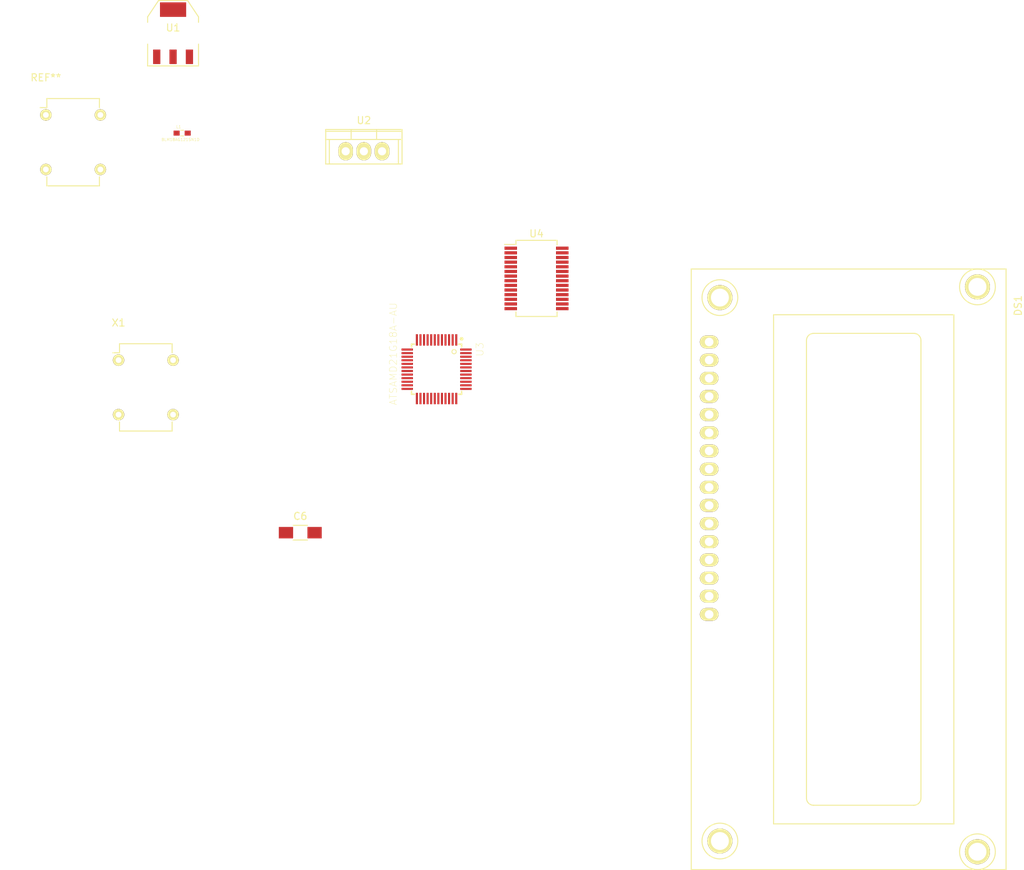
<source format=kicad_pcb>
(kicad_pcb (version 4) (host pcbnew 4.0.2-stable)

  (general
    (links 49)
    (no_connects 49)
    (area 0 0 0 0)
    (thickness 1.6)
    (drawings 0)
    (tracks 0)
    (zones 0)
    (modules 9)
    (nets 58)
  )

  (page A4)
  (layers
    (0 F.Cu signal)
    (31 B.Cu signal)
    (32 B.Adhes user)
    (33 F.Adhes user)
    (34 B.Paste user)
    (35 F.Paste user)
    (36 B.SilkS user)
    (37 F.SilkS user)
    (38 B.Mask user)
    (39 F.Mask user)
    (40 Dwgs.User user)
    (41 Cmts.User user)
    (42 Eco1.User user)
    (43 Eco2.User user)
    (44 Edge.Cuts user)
    (45 Margin user)
    (46 B.CrtYd user)
    (47 F.CrtYd user)
    (48 B.Fab user)
    (49 F.Fab user)
  )

  (setup
    (last_trace_width 0.25)
    (trace_clearance 0.2)
    (zone_clearance 0.508)
    (zone_45_only no)
    (trace_min 0.2)
    (segment_width 0.2)
    (edge_width 0.15)
    (via_size 0.6)
    (via_drill 0.4)
    (via_min_size 0.4)
    (via_min_drill 0.3)
    (uvia_size 0.3)
    (uvia_drill 0.1)
    (uvias_allowed no)
    (uvia_min_size 0.2)
    (uvia_min_drill 0.1)
    (pcb_text_width 0.3)
    (pcb_text_size 1.5 1.5)
    (mod_edge_width 0.15)
    (mod_text_size 1 1)
    (mod_text_width 0.15)
    (pad_size 1.524 1.524)
    (pad_drill 0.762)
    (pad_to_mask_clearance 0.2)
    (aux_axis_origin 0 0)
    (visible_elements FFFFFF7F)
    (pcbplotparams
      (layerselection 0x00030_80000001)
      (usegerberextensions false)
      (excludeedgelayer true)
      (linewidth 0.100000)
      (plotframeref false)
      (viasonmask false)
      (mode 1)
      (useauxorigin false)
      (hpglpennumber 1)
      (hpglpenspeed 20)
      (hpglpendiameter 15)
      (hpglpenoverlay 2)
      (psnegative false)
      (psa4output false)
      (plotreference true)
      (plotvalue true)
      (plotinvisibletext false)
      (padsonsilk false)
      (subtractmaskfromsilk false)
      (outputformat 1)
      (mirror false)
      (drillshape 1)
      (scaleselection 1)
      (outputdirectory ""))
  )

  (net 0 "")
  (net 1 /VDDANA)
  (net 2 /GNDANA)
  (net 3 GND)
  (net 4 +5V)
  (net 5 "Net-(DS1-Pad3)")
  (net 6 /LCD_RS)
  (net 7 /LCD_RW)
  (net 8 /LCD_EN)
  (net 9 /LCD_D0)
  (net 10 /LCD_D1)
  (net 11 /LCD_D2)
  (net 12 /LCD_D3)
  (net 13 /LCD_D4)
  (net 14 /LCD_D5)
  (net 15 /LCD_D6)
  (net 16 /LCD_D7)
  (net 17 "Net-(DS1-Pad15)")
  (net 18 "Net-(DS1-Pad16)")
  (net 19 +3V3)
  (net 20 +12V)
  (net 21 "Net-(C7-Pad1)")
  (net 22 "Net-(C8-Pad1)")
  (net 23 /DDS_D0)
  (net 24 /DDS_D1)
  (net 25 "Net-(U3-Pad7)")
  (net 26 "Net-(U3-Pad8)")
  (net 27 /DDS_D2)
  (net 28 /DDS_D3)
  (net 29 /DDS_D4)
  (net 30 /DDS_D5)
  (net 31 /DDS_D6)
  (net 32 /DDS_D7)
  (net 33 /DDS_W_CLK)
  (net 34 /DDS_F_UP)
  (net 35 /DDS_RESET)
  (net 36 "Net-(U3-Pad20)")
  (net 37 /ROT_A)
  (net 38 /ROT_B)
  (net 39 /ROT_C)
  (net 40 "Net-(U3-Pad37)")
  (net 41 "Net-(U3-Pad38)")
  (net 42 "Net-(U3-Pad39)")
  (net 43 /MCU_RESET)
  (net 44 "Net-(U3-Pad41)")
  (net 45 /VDDCORE)
  (net 46 /SWCLK)
  (net 47 /SWDIO)
  (net 48 /UART_RX)
  (net 49 /UART_TX)
  (net 50 /X_OUT)
  (net 51 "Net-(R11-Pad1)")
  (net 52 "Net-(U4-Pad13)")
  (net 53 "Net-(U4-Pad14)")
  (net 54 "Net-(U4-Pad17)")
  (net 55 "Net-(R6-Pad1)")
  (net 56 "Net-(P2-Pad1)")
  (net 57 "Net-(X1-Pad1)")

  (net_class Default "This is the default net class."
    (clearance 0.2)
    (trace_width 0.25)
    (via_dia 0.6)
    (via_drill 0.4)
    (uvia_dia 0.3)
    (uvia_drill 0.1)
    (add_net +12V)
    (add_net +3V3)
    (add_net +5V)
    (add_net /DDS_D0)
    (add_net /DDS_D1)
    (add_net /DDS_D2)
    (add_net /DDS_D3)
    (add_net /DDS_D4)
    (add_net /DDS_D5)
    (add_net /DDS_D6)
    (add_net /DDS_D7)
    (add_net /DDS_F_UP)
    (add_net /DDS_RESET)
    (add_net /DDS_W_CLK)
    (add_net /GNDANA)
    (add_net /LCD_D0)
    (add_net /LCD_D1)
    (add_net /LCD_D2)
    (add_net /LCD_D3)
    (add_net /LCD_D4)
    (add_net /LCD_D5)
    (add_net /LCD_D6)
    (add_net /LCD_D7)
    (add_net /LCD_EN)
    (add_net /LCD_RS)
    (add_net /LCD_RW)
    (add_net /MCU_RESET)
    (add_net /ROT_A)
    (add_net /ROT_B)
    (add_net /ROT_C)
    (add_net /SWCLK)
    (add_net /SWDIO)
    (add_net /UART_RX)
    (add_net /UART_TX)
    (add_net /VDDANA)
    (add_net /VDDCORE)
    (add_net /X_OUT)
    (add_net GND)
    (add_net "Net-(C7-Pad1)")
    (add_net "Net-(C8-Pad1)")
    (add_net "Net-(DS1-Pad15)")
    (add_net "Net-(DS1-Pad16)")
    (add_net "Net-(DS1-Pad3)")
    (add_net "Net-(P2-Pad1)")
    (add_net "Net-(R11-Pad1)")
    (add_net "Net-(R6-Pad1)")
    (add_net "Net-(U3-Pad20)")
    (add_net "Net-(U3-Pad37)")
    (add_net "Net-(U3-Pad38)")
    (add_net "Net-(U3-Pad39)")
    (add_net "Net-(U3-Pad41)")
    (add_net "Net-(U3-Pad7)")
    (add_net "Net-(U3-Pad8)")
    (add_net "Net-(U4-Pad13)")
    (add_net "Net-(U4-Pad14)")
    (add_net "Net-(U4-Pad17)")
    (add_net "Net-(X1-Pad1)")
  )

  (module Housings_DIP:DIP-8_W7.62mm (layer F.Cu) (tedit 54130A77) (tstamp 580A6F15)
    (at 25.4 33.02)
    (descr "8-lead dip package, row spacing 7.62 mm (300 mils)")
    (tags "dil dip 2.54 300")
    (fp_text reference REF** (at 0 -5.22) (layer F.SilkS)
      (effects (font (size 1 1) (thickness 0.15)))
    )
    (fp_text value DIP-8_W7.62mm (at 0 -3.72) (layer F.Fab)
      (effects (font (size 1 1) (thickness 0.15)))
    )
    (fp_line (start -1.05 -2.45) (end -1.05 10.1) (layer F.CrtYd) (width 0.05))
    (fp_line (start 8.65 -2.45) (end 8.65 10.1) (layer F.CrtYd) (width 0.05))
    (fp_line (start -1.05 -2.45) (end 8.65 -2.45) (layer F.CrtYd) (width 0.05))
    (fp_line (start -1.05 10.1) (end 8.65 10.1) (layer F.CrtYd) (width 0.05))
    (fp_line (start 0.135 -2.295) (end 0.135 -1.025) (layer F.SilkS) (width 0.15))
    (fp_line (start 7.485 -2.295) (end 7.485 -1.025) (layer F.SilkS) (width 0.15))
    (fp_line (start 7.485 9.915) (end 7.485 8.645) (layer F.SilkS) (width 0.15))
    (fp_line (start 0.135 9.915) (end 0.135 8.645) (layer F.SilkS) (width 0.15))
    (fp_line (start 0.135 -2.295) (end 7.485 -2.295) (layer F.SilkS) (width 0.15))
    (fp_line (start 0.135 9.915) (end 7.485 9.915) (layer F.SilkS) (width 0.15))
    (fp_line (start 0.135 -1.025) (end -0.8 -1.025) (layer F.SilkS) (width 0.15))
    (pad 1 thru_hole oval (at 0 0) (size 1.6 1.6) (drill 0.8) (layers *.Cu *.Mask F.SilkS))
    (pad 4 thru_hole oval (at 0 7.62) (size 1.6 1.6) (drill 0.8) (layers *.Cu *.Mask F.SilkS))
    (pad 5 thru_hole oval (at 7.62 7.62) (size 1.6 1.6) (drill 0.8) (layers *.Cu *.Mask F.SilkS))
    (pad 8 thru_hole oval (at 7.62 0) (size 1.6 1.6) (drill 0.8) (layers *.Cu *.Mask F.SilkS))
    (model Housings_DIP.3dshapes/DIP-8_W7.62mm.wrl
      (at (xyz 0 0 0))
      (scale (xyz 1 1 1))
      (rotate (xyz 0 0 0))
    )
  )

  (module Capacitors_SMD:C_1206_HandSoldering (layer F.Cu) (tedit 541A9C03) (tstamp 580BD2DE)
    (at 60.96 91.44)
    (descr "Capacitor SMD 1206, hand soldering")
    (tags "capacitor 1206")
    (path /58069385)
    (attr smd)
    (fp_text reference C6 (at 0 -2.3) (layer F.SilkS)
      (effects (font (size 1 1) (thickness 0.15)))
    )
    (fp_text value 10uF (at 0 2.3) (layer F.Fab)
      (effects (font (size 1 1) (thickness 0.15)))
    )
    (fp_line (start -1.6 0.8) (end -1.6 -0.8) (layer F.Fab) (width 0.15))
    (fp_line (start 1.6 0.8) (end -1.6 0.8) (layer F.Fab) (width 0.15))
    (fp_line (start 1.6 -0.8) (end 1.6 0.8) (layer F.Fab) (width 0.15))
    (fp_line (start -1.6 -0.8) (end 1.6 -0.8) (layer F.Fab) (width 0.15))
    (fp_line (start -3.3 -1.15) (end 3.3 -1.15) (layer F.CrtYd) (width 0.05))
    (fp_line (start -3.3 1.15) (end 3.3 1.15) (layer F.CrtYd) (width 0.05))
    (fp_line (start -3.3 -1.15) (end -3.3 1.15) (layer F.CrtYd) (width 0.05))
    (fp_line (start 3.3 -1.15) (end 3.3 1.15) (layer F.CrtYd) (width 0.05))
    (fp_line (start 1 -1.025) (end -1 -1.025) (layer F.SilkS) (width 0.15))
    (fp_line (start -1 1.025) (end 1 1.025) (layer F.SilkS) (width 0.15))
    (pad 1 smd rect (at -2 0) (size 2 1.6) (layers F.Cu F.Paste F.Mask)
      (net 1 /VDDANA))
    (pad 2 smd rect (at 2 0) (size 2 1.6) (layers F.Cu F.Paste F.Mask)
      (net 2 /GNDANA))
    (model Capacitors_SMD.3dshapes/C_1206_HandSoldering.wrl
      (at (xyz 0 0 0))
      (scale (xyz 1 1 1))
      (rotate (xyz 0 0 0))
    )
  )

  (module RC1602A (layer F.Cu) (tedit 0) (tstamp 580BD30A)
    (at 118.11 97.79 270)
    (descr http://www.raystar-optronics.com/down.php?ProID=18)
    (tags "LCD 16x2 Alphanumeric 16pin")
    (path /580C0328)
    (fp_text reference DS1 (at -38.1 -43.18 270) (layer F.SilkS)
      (effects (font (size 1 1) (thickness 0.15)))
    )
    (fp_text value RC1602A-GHW-ESX (at 0 -21.59 270) (layer F.Fab)
      (effects (font (size 1 1) (thickness 0.15)))
    )
    (fp_line (start -34.2265 -14.60246) (end -34.2265 -28.60294) (layer F.SilkS) (width 0.15))
    (fp_line (start 30.77464 -13.60424) (end -33.22574 -13.60424) (layer F.SilkS) (width 0.15))
    (fp_line (start 31.77286 -28.60294) (end 31.77286 -14.60246) (layer F.SilkS) (width 0.15))
    (fp_line (start -33.22574 -29.6037) (end 30.77464 -29.6037) (layer F.SilkS) (width 0.15))
    (fp_arc (start 30.77464 -28.60294) (end 30.77464 -29.6037) (angle 90) (layer F.SilkS) (width 0.15))
    (fp_arc (start 30.77464 -14.60246) (end 31.77286 -14.60246) (angle 90) (layer F.SilkS) (width 0.15))
    (fp_arc (start -33.22574 -14.60246) (end -33.22574 -13.60424) (angle 90) (layer F.SilkS) (width 0.15))
    (fp_arc (start -33.22574 -28.60294) (end -34.2265 -28.60294) (angle 90) (layer F.SilkS) (width 0.15))
    (fp_line (start -36.82492 -34.20364) (end 34.37382 -34.20364) (layer F.SilkS) (width 0.15))
    (fp_line (start 34.37382 -34.20364) (end 34.37382 -9.0043) (layer F.SilkS) (width 0.15))
    (fp_line (start 34.37382 -9.0043) (end -36.82492 -9.0043) (layer F.SilkS) (width 0.15))
    (fp_line (start -36.82492 -9.0043) (end -36.82492 -34.20364) (layer F.SilkS) (width 0.15))
    (fp_circle (center -40.72636 -37.5031) (end -38.22446 -37.5031) (layer F.SilkS) (width 0.15))
    (fp_circle (center 38.27526 -37.5031) (end 40.77462 -37.5031) (layer F.SilkS) (width 0.15))
    (fp_circle (center 36.77412 -1.50368) (end 39.27348 -1.50368) (layer F.SilkS) (width 0.15))
    (fp_circle (center -39.22522 -1.50368) (end -36.72586 -1.50368) (layer F.SilkS) (width 0.15))
    (fp_line (start 40.77462 -41.5036) (end 40.77462 2.49682) (layer F.SilkS) (width 0.15))
    (fp_line (start 40.77462 2.49682) (end -43.22572 2.49682) (layer F.SilkS) (width 0.15))
    (fp_line (start 40.77462 -41.5036) (end -43.22572 -41.5036) (layer F.SilkS) (width 0.15))
    (fp_line (start -43.22572 -41.5036) (end -43.22572 2.49682) (layer F.SilkS) (width 0.15))
    (pad 1 thru_hole oval (at 0 0 270) (size 1.8 2.6) (drill 1.2) (layers *.Cu *.Mask F.SilkS)
      (net 3 GND))
    (pad 2 thru_hole oval (at -2.54 0 270) (size 1.8 2.6) (drill 1.2) (layers *.Cu *.Mask F.SilkS)
      (net 4 +5V))
    (pad 3 thru_hole oval (at -5.08 0 270) (size 1.8 2.6) (drill 1.2) (layers *.Cu *.Mask F.SilkS)
      (net 5 "Net-(DS1-Pad3)"))
    (pad 4 thru_hole oval (at -7.62 0 270) (size 1.8 2.6) (drill 1.2) (layers *.Cu *.Mask F.SilkS)
      (net 6 /LCD_RS))
    (pad 5 thru_hole oval (at -10.16 0 270) (size 1.8 2.6) (drill 1.2) (layers *.Cu *.Mask F.SilkS)
      (net 7 /LCD_RW))
    (pad 6 thru_hole oval (at -12.7 0 270) (size 1.8 2.6) (drill 1.2) (layers *.Cu *.Mask F.SilkS)
      (net 8 /LCD_EN))
    (pad 7 thru_hole oval (at -15.24 0 270) (size 1.8 2.6) (drill 1.2) (layers *.Cu *.Mask F.SilkS)
      (net 9 /LCD_D0))
    (pad 8 thru_hole oval (at -17.78 0 270) (size 1.8 2.6) (drill 1.2) (layers *.Cu *.Mask F.SilkS)
      (net 10 /LCD_D1))
    (pad 9 thru_hole oval (at -20.32 0 270) (size 1.8 2.6) (drill 1.2) (layers *.Cu *.Mask F.SilkS)
      (net 11 /LCD_D2))
    (pad 10 thru_hole oval (at -22.86 0 270) (size 1.8 2.6) (drill 1.2) (layers *.Cu *.Mask F.SilkS)
      (net 12 /LCD_D3))
    (pad 11 thru_hole oval (at -25.4 0 270) (size 1.8 2.6) (drill 1.2) (layers *.Cu *.Mask F.SilkS)
      (net 13 /LCD_D4))
    (pad 12 thru_hole oval (at -27.94 0 270) (size 1.8 2.6) (drill 1.2) (layers *.Cu *.Mask F.SilkS)
      (net 14 /LCD_D5))
    (pad 13 thru_hole oval (at -30.48508 -0.00254 270) (size 1.8 2.6) (drill 1.2) (layers *.Cu *.Mask F.SilkS)
      (net 15 /LCD_D6))
    (pad 14 thru_hole oval (at -33.02 0 270) (size 1.8 2.6) (drill 1.2) (layers *.Cu *.Mask F.SilkS)
      (net 16 /LCD_D7))
    (pad 15 thru_hole oval (at 5.08 0 270) (size 1.8 2.6) (drill 1.2) (layers *.Cu *.Mask F.SilkS)
      (net 17 "Net-(DS1-Pad15)"))
    (pad 16 thru_hole oval (at 2.53492 -0.00254 270) (size 1.8 2.6) (drill 1.2) (layers *.Cu *.Mask F.SilkS)
      (net 18 "Net-(DS1-Pad16)"))
    (pad 0 thru_hole circle (at -39.22522 -1.50368 270) (size 3.5 3.5) (drill 2.5) (layers *.Cu *.Mask F.SilkS))
    (pad 0 thru_hole circle (at -40.72636 -37.5031 270) (size 3.5 3.5) (drill 2.5) (layers *.Cu *.Mask F.SilkS))
    (pad 0 thru_hole circle (at 38.27526 -37.5031 270) (size 3.5 3.5) (drill 2.5) (layers *.Cu *.Mask F.SilkS))
    (pad 0 thru_hole circle (at 36.77412 -1.50368 270) (size 3.5 3.5) (drill 2.5) (layers *.Cu *.Mask F.SilkS))
  )

  (module INDC1608X95 (layer F.Cu) (tedit 0) (tstamp 580BD31C)
    (at 44.45 35.56)
    (descr <b>INDUCTOR</b>)
    (path /58066A2A)
    (solder_mask_margin 0.1)
    (attr smd)
    (fp_text reference L1 (at -0.485 -0.885) (layer F.SilkS)
      (effects (font (size 0.393701 0.393701) (thickness 0.05)))
    )
    (fp_text value BLM18AG121SN1D (at -0.235 0.905) (layer F.SilkS)
      (effects (font (size 0.393701 0.393701) (thickness 0.05)))
    )
    (fp_line (start -1.423 -0.583) (end 1.423 -0.583) (layer Dwgs.User) (width 0.0508))
    (fp_line (start 1.423 -0.583) (end 1.423 0.583) (layer Dwgs.User) (width 0.0508))
    (fp_line (start 1.423 0.583) (end -1.423 0.583) (layer Dwgs.User) (width 0.0508))
    (fp_line (start -1.423 0.583) (end -1.423 -0.583) (layer Dwgs.User) (width 0.0508))
    (fp_line (start -0.8 -0.4) (end 0.8 -0.4) (layer Dwgs.User) (width 0.127))
    (fp_line (start 0.8 -0.4) (end 0.8 0.4) (layer Dwgs.User) (width 0.127))
    (fp_line (start 0.8 0.4) (end -0.8 0.4) (layer Dwgs.User) (width 0.127))
    (fp_line (start -0.8 0.4) (end -0.8 -0.4) (layer Dwgs.User) (width 0.127))
    (fp_poly (pts (xy -0.8 -0.4) (xy -0.4 -0.4) (xy -0.4 0.4) (xy -0.8 0.4)) (layer Dwgs.User) (width 0.381))
    (fp_poly (pts (xy 0.4 -0.4) (xy 0.8 -0.4) (xy 0.8 0.4) (xy 0.4 0.4)) (layer Dwgs.User) (width 0.381))
    (fp_line (start -0.2 -0.4) (end 0.2 -0.4) (layer F.SilkS) (width 0.127))
    (fp_line (start -0.2 0.4) (end 0.2 0.4) (layer F.SilkS) (width 0.127))
    (pad 1 smd rect (at -0.775 0) (size 0.85 0.7) (layers F.Cu F.Paste F.Mask)
      (net 19 +3V3) (solder_mask_margin 0.2))
    (pad 2 smd rect (at 0.775 0) (size 0.85 0.7) (layers F.Cu F.Paste F.Mask)
      (net 1 /VDDANA) (solder_mask_margin 0.2))
  )

  (module SOT-223 (layer F.Cu) (tedit 0) (tstamp 580BD32C)
    (at 43.18 21.59)
    (descr "module CMS SOT223 4 pins")
    (tags "CMS SOT")
    (path /5810566F)
    (attr smd)
    (fp_text reference U1 (at 0 -0.762) (layer F.SilkS)
      (effects (font (size 1 1) (thickness 0.15)))
    )
    (fp_text value LD1117S33CTR (at 0 0.762) (layer F.Fab)
      (effects (font (size 1 1) (thickness 0.15)))
    )
    (fp_line (start -3.556 1.524) (end -3.556 4.572) (layer F.SilkS) (width 0.15))
    (fp_line (start -3.556 4.572) (end 3.556 4.572) (layer F.SilkS) (width 0.15))
    (fp_line (start 3.556 4.572) (end 3.556 1.524) (layer F.SilkS) (width 0.15))
    (fp_line (start -3.556 -1.524) (end -3.556 -2.286) (layer F.SilkS) (width 0.15))
    (fp_line (start -3.556 -2.286) (end -2.032 -4.572) (layer F.SilkS) (width 0.15))
    (fp_line (start -2.032 -4.572) (end 2.032 -4.572) (layer F.SilkS) (width 0.15))
    (fp_line (start 2.032 -4.572) (end 3.556 -2.286) (layer F.SilkS) (width 0.15))
    (fp_line (start 3.556 -2.286) (end 3.556 -1.524) (layer F.SilkS) (width 0.15))
    (pad 4 smd rect (at 0 -3.302) (size 3.6576 2.032) (layers F.Cu F.Paste F.Mask))
    (pad 2 smd rect (at 0 3.302) (size 1.016 2.032) (layers F.Cu F.Paste F.Mask)
      (net 19 +3V3))
    (pad 3 smd rect (at 2.286 3.302) (size 1.016 2.032) (layers F.Cu F.Paste F.Mask)
      (net 20 +12V))
    (pad 1 smd rect (at -2.286 3.302) (size 1.016 2.032) (layers F.Cu F.Paste F.Mask)
      (net 3 GND))
    (model TO_SOT_Packages_SMD.3dshapes/SOT-223.wrl
      (at (xyz 0 0 0))
      (scale (xyz 0.4 0.4 0.4))
      (rotate (xyz 0 0 0))
    )
  )

  (module TO-220 (layer F.Cu) (tedit 0) (tstamp 580BD33D)
    (at 69.85 38.1)
    (descr "Non Isolated JEDEC TO-220 Package")
    (tags "Power Integration YN Package")
    (path /580FD050)
    (fp_text reference U2 (at 0 -4.318) (layer F.SilkS)
      (effects (font (size 1 1) (thickness 0.15)))
    )
    (fp_text value LM78M05CT (at 0 -4.318) (layer F.Fab)
      (effects (font (size 1 1) (thickness 0.15)))
    )
    (fp_line (start 4.826 -1.651) (end 4.826 1.778) (layer F.SilkS) (width 0.15))
    (fp_line (start -4.826 -1.651) (end -4.826 1.778) (layer F.SilkS) (width 0.15))
    (fp_line (start 5.334 -2.794) (end -5.334 -2.794) (layer F.SilkS) (width 0.15))
    (fp_line (start 1.778 -1.778) (end 1.778 -3.048) (layer F.SilkS) (width 0.15))
    (fp_line (start -1.778 -1.778) (end -1.778 -3.048) (layer F.SilkS) (width 0.15))
    (fp_line (start -5.334 -1.651) (end 5.334 -1.651) (layer F.SilkS) (width 0.15))
    (fp_line (start 5.334 1.778) (end -5.334 1.778) (layer F.SilkS) (width 0.15))
    (fp_line (start -5.334 -3.048) (end -5.334 1.778) (layer F.SilkS) (width 0.15))
    (fp_line (start 5.334 -3.048) (end 5.334 1.778) (layer F.SilkS) (width 0.15))
    (fp_line (start 5.334 -3.048) (end -5.334 -3.048) (layer F.SilkS) (width 0.15))
    (pad 2 thru_hole oval (at 0 0) (size 2.032 2.54) (drill 1.143) (layers *.Cu *.Mask F.SilkS)
      (net 3 GND))
    (pad 3 thru_hole oval (at 2.54 0) (size 2.032 2.54) (drill 1.143) (layers *.Cu *.Mask F.SilkS)
      (net 4 +5V))
    (pad 1 thru_hole oval (at -2.54 0) (size 2.032 2.54) (drill 1.143) (layers *.Cu *.Mask F.SilkS)
      (net 20 +12V))
  )

  (module QFP50P900X900X120-48N (layer F.Cu) (tedit 0) (tstamp 580BD3B3)
    (at 80.01 68.58 270)
    (path /57E6F2BC)
    (solder_mask_margin 0.1)
    (attr smd)
    (fp_text reference U3 (at -2.77 -6.05 270) (layer F.SilkS)
      (effects (font (size 1 1) (thickness 0.05)))
    )
    (fp_text value ATSAMD21G18A-AU (at -2.135 6.05 270) (layer F.SilkS)
      (effects (font (size 1 1) (thickness 0.05)))
    )
    (fp_line (start -3.5 -3.1) (end -3.5 3.1) (layer Dwgs.User) (width 0.2032))
    (fp_circle (center -2.4499 -2.4499) (end -2.1499 -2.4499) (layer F.SilkS) (width 0.127))
    (fp_poly (pts (xy -3.4501 -2.8999) (xy -3.4501 -2.5999) (xy -4.5999 -2.5999) (xy -4.5999 -2.8999)) (layer Dwgs.User) (width 0.381))
    (fp_poly (pts (xy -3.4501 -2.4) (xy -3.4501 -2.1001) (xy -4.5999 -2.1001) (xy -4.5999 -2.4)) (layer Dwgs.User) (width 0.381))
    (fp_poly (pts (xy -3.4501 -1.8999) (xy -3.4501 -1.5999) (xy -4.5999 -1.5999) (xy -4.5999 -1.8999)) (layer Dwgs.User) (width 0.381))
    (fp_poly (pts (xy -3.4501 -1.4) (xy -3.4501 -1.1001) (xy -4.5999 -1.1001) (xy -4.5999 -1.4)) (layer Dwgs.User) (width 0.381))
    (fp_poly (pts (xy -3.4501 -0.8999) (xy -3.4501 -0.5999) (xy -4.5999 -0.5999) (xy -4.5999 -0.8999)) (layer Dwgs.User) (width 0.381))
    (fp_poly (pts (xy -3.4501 -0.4001) (xy -3.4501 -0.1001) (xy -4.5999 -0.1001) (xy -4.5999 -0.4001)) (layer Dwgs.User) (width 0.381))
    (fp_poly (pts (xy -3.4501 0.1001) (xy -3.4501 0.4001) (xy -4.5999 0.4001) (xy -4.5999 0.1001)) (layer Dwgs.User) (width 0.381))
    (fp_poly (pts (xy -3.4501 0.5999) (xy -3.4501 0.8999) (xy -4.5999 0.8999) (xy -4.5999 0.5999)) (layer Dwgs.User) (width 0.381))
    (fp_poly (pts (xy -3.4501 1.1001) (xy -3.4501 1.4) (xy -4.5999 1.4) (xy -4.5999 1.1001)) (layer Dwgs.User) (width 0.381))
    (fp_poly (pts (xy -3.4501 1.5999) (xy -3.4501 1.8999) (xy -4.5999 1.8999) (xy -4.5999 1.5999)) (layer Dwgs.User) (width 0.381))
    (fp_poly (pts (xy -3.4501 2.1001) (xy -3.4501 2.4) (xy -4.5999 2.4) (xy -4.5999 2.1001)) (layer Dwgs.User) (width 0.381))
    (fp_poly (pts (xy -3.4501 2.5999) (xy -3.4501 2.8999) (xy -4.5999 2.8999) (xy -4.5999 2.5999)) (layer Dwgs.User) (width 0.381))
    (fp_poly (pts (xy -2.5999 3.4501) (xy -2.5999 4.5999) (xy -2.8999 4.5999) (xy -2.8999 3.4501)) (layer Dwgs.User) (width 0.381))
    (fp_poly (pts (xy -2.1001 3.4501) (xy -2.1001 4.5999) (xy -2.4 4.5999) (xy -2.4 3.4501)) (layer Dwgs.User) (width 0.381))
    (fp_poly (pts (xy -1.5999 3.4501) (xy -1.5999 4.5999) (xy -1.8999 4.5999) (xy -1.8999 3.4501)) (layer Dwgs.User) (width 0.381))
    (fp_poly (pts (xy -1.1001 3.4501) (xy -1.1001 4.5999) (xy -1.4 4.5999) (xy -1.4 3.4501)) (layer Dwgs.User) (width 0.381))
    (fp_poly (pts (xy -0.5999 3.4501) (xy -0.5999 4.5999) (xy -0.8999 4.5999) (xy -0.8999 3.4501)) (layer Dwgs.User) (width 0.381))
    (fp_poly (pts (xy -0.1001 3.4501) (xy -0.1001 4.5999) (xy -0.4001 4.5999) (xy -0.4001 3.4501)) (layer Dwgs.User) (width 0.381))
    (fp_poly (pts (xy 0.4001 3.4501) (xy 0.4001 4.5999) (xy 0.1001 4.5999) (xy 0.1001 3.4501)) (layer Dwgs.User) (width 0.381))
    (fp_poly (pts (xy 0.8999 3.4501) (xy 0.8999 4.5999) (xy 0.5999 4.5999) (xy 0.5999 3.4501)) (layer Dwgs.User) (width 0.381))
    (fp_poly (pts (xy 1.4 3.4501) (xy 1.4 4.5999) (xy 1.1001 4.5999) (xy 1.1001 3.4501)) (layer Dwgs.User) (width 0.381))
    (fp_poly (pts (xy 1.8999 3.4501) (xy 1.8999 4.5999) (xy 1.5999 4.5999) (xy 1.5999 3.4501)) (layer Dwgs.User) (width 0.381))
    (fp_poly (pts (xy 2.4 3.4501) (xy 2.4 4.5999) (xy 2.1001 4.5999) (xy 2.1001 3.4501)) (layer Dwgs.User) (width 0.381))
    (fp_poly (pts (xy 2.8999 3.4501) (xy 2.8999 4.5999) (xy 2.5999 4.5999) (xy 2.5999 3.4501)) (layer Dwgs.User) (width 0.381))
    (fp_poly (pts (xy 4.5999 2.5999) (xy 4.5999 2.8999) (xy 3.4501 2.8999) (xy 3.4501 2.5999)) (layer Dwgs.User) (width 0.381))
    (fp_poly (pts (xy 4.5999 2.1001) (xy 4.5999 2.4) (xy 3.4501 2.4) (xy 3.4501 2.1001)) (layer Dwgs.User) (width 0.381))
    (fp_poly (pts (xy 4.5999 1.5999) (xy 4.5999 1.8999) (xy 3.4501 1.8999) (xy 3.4501 1.5999)) (layer Dwgs.User) (width 0.381))
    (fp_poly (pts (xy 4.5999 1.1001) (xy 4.5999 1.4) (xy 3.4501 1.4) (xy 3.4501 1.1001)) (layer Dwgs.User) (width 0.381))
    (fp_poly (pts (xy 4.5999 0.5999) (xy 4.5999 0.8999) (xy 3.4501 0.8999) (xy 3.4501 0.5999)) (layer Dwgs.User) (width 0.381))
    (fp_poly (pts (xy 4.5999 0.1001) (xy 4.5999 0.4001) (xy 3.4501 0.4001) (xy 3.4501 0.1001)) (layer Dwgs.User) (width 0.381))
    (fp_poly (pts (xy 4.5999 -0.4001) (xy 4.5999 -0.1001) (xy 3.4501 -0.1001) (xy 3.4501 -0.4001)) (layer Dwgs.User) (width 0.381))
    (fp_poly (pts (xy 4.5999 -0.8999) (xy 4.5999 -0.5999) (xy 3.4501 -0.5999) (xy 3.4501 -0.8999)) (layer Dwgs.User) (width 0.381))
    (fp_poly (pts (xy 4.5999 -1.4) (xy 4.5999 -1.1001) (xy 3.4501 -1.1001) (xy 3.4501 -1.4)) (layer Dwgs.User) (width 0.381))
    (fp_poly (pts (xy 4.5999 -1.8999) (xy 4.5999 -1.5999) (xy 3.4501 -1.5999) (xy 3.4501 -1.8999)) (layer Dwgs.User) (width 0.381))
    (fp_poly (pts (xy 4.5999 -2.4) (xy 4.5999 -2.1001) (xy 3.4501 -2.1001) (xy 3.4501 -2.4)) (layer Dwgs.User) (width 0.381))
    (fp_poly (pts (xy 4.5999 -2.8999) (xy 4.5999 -2.5999) (xy 3.4501 -2.5999) (xy 3.4501 -2.8999)) (layer Dwgs.User) (width 0.381))
    (fp_poly (pts (xy 2.8999 -4.5999) (xy 2.8999 -3.4501) (xy 2.5999 -3.4501) (xy 2.5999 -4.5999)) (layer Dwgs.User) (width 0.381))
    (fp_poly (pts (xy 2.4 -4.5999) (xy 2.4 -3.4501) (xy 2.1001 -3.4501) (xy 2.1001 -4.5999)) (layer Dwgs.User) (width 0.381))
    (fp_poly (pts (xy 1.8999 -4.5999) (xy 1.8999 -3.4501) (xy 1.5999 -3.4501) (xy 1.5999 -4.5999)) (layer Dwgs.User) (width 0.381))
    (fp_poly (pts (xy 1.4 -4.5999) (xy 1.4 -3.4501) (xy 1.1001 -3.4501) (xy 1.1001 -4.5999)) (layer Dwgs.User) (width 0.381))
    (fp_poly (pts (xy 0.8999 -4.5999) (xy 0.8999 -3.4501) (xy 0.5999 -3.4501) (xy 0.5999 -4.5999)) (layer Dwgs.User) (width 0.381))
    (fp_poly (pts (xy 0.4001 -4.5999) (xy 0.4001 -3.4501) (xy 0.1001 -3.4501) (xy 0.1001 -4.5999)) (layer Dwgs.User) (width 0.381))
    (fp_poly (pts (xy -0.1001 -4.5999) (xy -0.1001 -3.4501) (xy -0.4001 -3.4501) (xy -0.4001 -4.5999)) (layer Dwgs.User) (width 0.381))
    (fp_poly (pts (xy -0.5999 -4.5999) (xy -0.5999 -3.4501) (xy -0.8999 -3.4501) (xy -0.8999 -4.5999)) (layer Dwgs.User) (width 0.381))
    (fp_poly (pts (xy -1.1001 -4.5999) (xy -1.1001 -3.4501) (xy -1.4 -3.4501) (xy -1.4 -4.5999)) (layer Dwgs.User) (width 0.381))
    (fp_poly (pts (xy -1.5999 -4.5999) (xy -1.5999 -3.4501) (xy -1.8999 -3.4501) (xy -1.8999 -4.5999)) (layer Dwgs.User) (width 0.381))
    (fp_poly (pts (xy -2.1001 -4.5999) (xy -2.1001 -3.4501) (xy -2.4 -3.4501) (xy -2.4 -4.5999)) (layer Dwgs.User) (width 0.381))
    (fp_poly (pts (xy -2.5999 -4.5999) (xy -2.5999 -3.4501) (xy -2.8999 -3.4501) (xy -2.8999 -4.5999)) (layer Dwgs.User) (width 0.381))
    (fp_line (start -3.1 3.5) (end 3.1 3.5) (layer Dwgs.User) (width 0.2032))
    (fp_line (start 3.5 3.1) (end 3.5 -3.1) (layer Dwgs.User) (width 0.2032))
    (fp_line (start 3.1 -3.5) (end -3.1 -3.5) (layer Dwgs.User) (width 0.2032))
    (fp_line (start -3.5 3.1) (end -3.5 3.5) (layer F.SilkS) (width 0.2032))
    (fp_line (start -3.5 3.5) (end -3.1 3.5) (layer F.SilkS) (width 0.2032))
    (fp_line (start 3.1 3.5) (end 3.5 3.5) (layer F.SilkS) (width 0.2032))
    (fp_line (start 3.5 3.5) (end 3.5 3.1) (layer F.SilkS) (width 0.2032))
    (fp_line (start 3.5 -3.1) (end 3.5 -3.5) (layer F.SilkS) (width 0.2032))
    (fp_line (start 3.5 -3.5) (end 3.1 -3.5) (layer F.SilkS) (width 0.2032))
    (fp_line (start -3.1 -3.5) (end -3.5 -3.5) (layer F.SilkS) (width 0.2032))
    (fp_line (start -3.5 -3.5) (end -3.5 -3.1) (layer F.SilkS) (width 0.2032))
    (fp_line (start -5.25 -5.25) (end 5.25 -5.25) (layer Dwgs.User) (width 0.05))
    (fp_line (start 5.25 -5.25) (end 5.25 5.25) (layer Dwgs.User) (width 0.05))
    (fp_line (start 5.25 5.25) (end -5.25 5.25) (layer Dwgs.User) (width 0.05))
    (fp_line (start -5.25 5.25) (end -5.25 -5.25) (layer Dwgs.User) (width 0.05))
    (fp_circle (center -4.25 -3.5) (end -3.996 -3.5) (layer F.SilkS) (width 0))
    (pad 1 smd rect (at -4.1 -2.75 180) (size 0.3 1.6) (layers F.Cu F.Paste F.Mask)
      (net 21 "Net-(C7-Pad1)") (solder_mask_margin 0.2))
    (pad 2 smd rect (at -4.1 -2.25 180) (size 0.3 1.6) (layers F.Cu F.Paste F.Mask)
      (net 22 "Net-(C8-Pad1)") (solder_mask_margin 0.2))
    (pad 3 smd rect (at -4.1 -1.75 180) (size 0.3 1.6) (layers F.Cu F.Paste F.Mask)
      (net 23 /DDS_D0) (solder_mask_margin 0.2))
    (pad 4 smd rect (at -4.1 -1.25 180) (size 0.3 1.6) (layers F.Cu F.Paste F.Mask)
      (net 24 /DDS_D1) (solder_mask_margin 0.2))
    (pad 5 smd rect (at -4.1 -0.75 180) (size 0.3 1.6) (layers F.Cu F.Paste F.Mask)
      (net 2 /GNDANA) (solder_mask_margin 0.2))
    (pad 6 smd rect (at -4.1 -0.25 180) (size 0.3 1.6) (layers F.Cu F.Paste F.Mask)
      (net 1 /VDDANA) (solder_mask_margin 0.2))
    (pad 7 smd rect (at -4.1 0.25 180) (size 0.3 1.6) (layers F.Cu F.Paste F.Mask)
      (net 25 "Net-(U3-Pad7)") (solder_mask_margin 0.2))
    (pad 8 smd rect (at -4.1 0.75 180) (size 0.3 1.6) (layers F.Cu F.Paste F.Mask)
      (net 26 "Net-(U3-Pad8)") (solder_mask_margin 0.2))
    (pad 9 smd rect (at -4.1 1.25 180) (size 0.3 1.6) (layers F.Cu F.Paste F.Mask)
      (net 27 /DDS_D2) (solder_mask_margin 0.2))
    (pad 10 smd rect (at -4.1 1.75 180) (size 0.3 1.6) (layers F.Cu F.Paste F.Mask)
      (net 28 /DDS_D3) (solder_mask_margin 0.2))
    (pad 11 smd rect (at -4.1 2.25 180) (size 0.3 1.6) (layers F.Cu F.Paste F.Mask)
      (net 29 /DDS_D4) (solder_mask_margin 0.2))
    (pad 12 smd rect (at -4.1 2.75 180) (size 0.3 1.6) (layers F.Cu F.Paste F.Mask)
      (net 30 /DDS_D5) (solder_mask_margin 0.2))
    (pad 13 smd rect (at -2.75 4.1 180) (size 1.6 0.3) (layers F.Cu F.Paste F.Mask)
      (net 31 /DDS_D6) (solder_mask_margin 0.2))
    (pad 14 smd rect (at -2.25 4.1 180) (size 1.6 0.3) (layers F.Cu F.Paste F.Mask)
      (net 32 /DDS_D7) (solder_mask_margin 0.2))
    (pad 15 smd rect (at -1.75 4.1 180) (size 1.6 0.3) (layers F.Cu F.Paste F.Mask)
      (net 33 /DDS_W_CLK) (solder_mask_margin 0.2))
    (pad 16 smd rect (at -1.25 4.1 180) (size 1.6 0.3) (layers F.Cu F.Paste F.Mask)
      (net 34 /DDS_F_UP) (solder_mask_margin 0.2))
    (pad 17 smd rect (at -0.75 4.1 180) (size 1.6 0.3) (layers F.Cu F.Paste F.Mask)
      (net 19 +3V3) (solder_mask_margin 0.2))
    (pad 18 smd rect (at -0.25 4.1 180) (size 1.6 0.3) (layers F.Cu F.Paste F.Mask)
      (net 3 GND) (solder_mask_margin 0.2))
    (pad 19 smd rect (at 0.25 4.1 180) (size 1.6 0.3) (layers F.Cu F.Paste F.Mask)
      (net 35 /DDS_RESET) (solder_mask_margin 0.2))
    (pad 20 smd rect (at 0.75 4.1 180) (size 1.6 0.3) (layers F.Cu F.Paste F.Mask)
      (net 36 "Net-(U3-Pad20)") (solder_mask_margin 0.2))
    (pad 21 smd rect (at 1.25 4.1 180) (size 1.6 0.3) (layers F.Cu F.Paste F.Mask)
      (net 37 /ROT_A) (solder_mask_margin 0.2))
    (pad 22 smd rect (at 1.75 4.1 180) (size 1.6 0.3) (layers F.Cu F.Paste F.Mask)
      (net 38 /ROT_B) (solder_mask_margin 0.2))
    (pad 23 smd rect (at 2.25 4.1 180) (size 1.6 0.3) (layers F.Cu F.Paste F.Mask)
      (net 39 /ROT_C) (solder_mask_margin 0.2))
    (pad 24 smd rect (at 2.75 4.1 180) (size 1.6 0.3) (layers F.Cu F.Paste F.Mask)
      (net 9 /LCD_D0) (solder_mask_margin 0.2))
    (pad 25 smd rect (at 4.1 2.75 180) (size 0.3 1.6) (layers F.Cu F.Paste F.Mask)
      (net 10 /LCD_D1) (solder_mask_margin 0.2))
    (pad 26 smd rect (at 4.1 2.25 180) (size 0.3 1.6) (layers F.Cu F.Paste F.Mask)
      (net 11 /LCD_D2) (solder_mask_margin 0.2))
    (pad 27 smd rect (at 4.1 1.75 180) (size 0.3 1.6) (layers F.Cu F.Paste F.Mask)
      (net 12 /LCD_D3) (solder_mask_margin 0.2))
    (pad 28 smd rect (at 4.1 1.25 180) (size 0.3 1.6) (layers F.Cu F.Paste F.Mask)
      (net 13 /LCD_D4) (solder_mask_margin 0.2))
    (pad 29 smd rect (at 4.1 0.75 180) (size 0.3 1.6) (layers F.Cu F.Paste F.Mask)
      (net 14 /LCD_D5) (solder_mask_margin 0.2))
    (pad 30 smd rect (at 4.1 0.25 180) (size 0.3 1.6) (layers F.Cu F.Paste F.Mask)
      (net 15 /LCD_D6) (solder_mask_margin 0.2))
    (pad 31 smd rect (at 4.1 -0.25 180) (size 0.3 1.6) (layers F.Cu F.Paste F.Mask)
      (net 16 /LCD_D7) (solder_mask_margin 0.2))
    (pad 32 smd rect (at 4.1 -0.75 180) (size 0.3 1.6) (layers F.Cu F.Paste F.Mask)
      (net 8 /LCD_EN) (solder_mask_margin 0.2))
    (pad 33 smd rect (at 4.1 -1.25 180) (size 0.3 1.6) (layers F.Cu F.Paste F.Mask)
      (net 7 /LCD_RW) (solder_mask_margin 0.2))
    (pad 34 smd rect (at 4.1 -1.75 180) (size 0.3 1.6) (layers F.Cu F.Paste F.Mask)
      (net 6 /LCD_RS) (solder_mask_margin 0.2))
    (pad 35 smd rect (at 4.1 -2.25 180) (size 0.3 1.6) (layers F.Cu F.Paste F.Mask)
      (net 3 GND) (solder_mask_margin 0.2))
    (pad 36 smd rect (at 4.1 -2.75 180) (size 0.3 1.6) (layers F.Cu F.Paste F.Mask)
      (net 19 +3V3) (solder_mask_margin 0.2))
    (pad 37 smd rect (at 2.75 -4.1 180) (size 1.6 0.3) (layers F.Cu F.Paste F.Mask)
      (net 40 "Net-(U3-Pad37)") (solder_mask_margin 0.2))
    (pad 38 smd rect (at 2.25 -4.1 180) (size 1.6 0.3) (layers F.Cu F.Paste F.Mask)
      (net 41 "Net-(U3-Pad38)") (solder_mask_margin 0.2))
    (pad 39 smd rect (at 1.75 -4.1 180) (size 1.6 0.3) (layers F.Cu F.Paste F.Mask)
      (net 42 "Net-(U3-Pad39)") (solder_mask_margin 0.2))
    (pad 40 smd rect (at 1.25 -4.1 180) (size 1.6 0.3) (layers F.Cu F.Paste F.Mask)
      (net 43 /MCU_RESET) (solder_mask_margin 0.2))
    (pad 41 smd rect (at 0.75 -4.1 180) (size 1.6 0.3) (layers F.Cu F.Paste F.Mask)
      (net 44 "Net-(U3-Pad41)") (solder_mask_margin 0.2))
    (pad 42 smd rect (at 0.25 -4.1 180) (size 1.6 0.3) (layers F.Cu F.Paste F.Mask)
      (net 3 GND) (solder_mask_margin 0.2))
    (pad 43 smd rect (at -0.25 -4.1 180) (size 1.6 0.3) (layers F.Cu F.Paste F.Mask)
      (net 45 /VDDCORE) (solder_mask_margin 0.2))
    (pad 44 smd rect (at -0.75 -4.1 180) (size 1.6 0.3) (layers F.Cu F.Paste F.Mask)
      (net 19 +3V3) (solder_mask_margin 0.2))
    (pad 45 smd rect (at -1.25 -4.1 180) (size 1.6 0.3) (layers F.Cu F.Paste F.Mask)
      (net 46 /SWCLK) (solder_mask_margin 0.2))
    (pad 46 smd rect (at -1.75 -4.1 180) (size 1.6 0.3) (layers F.Cu F.Paste F.Mask)
      (net 47 /SWDIO) (solder_mask_margin 0.2))
    (pad 47 smd rect (at -2.25 -4.1 180) (size 1.6 0.3) (layers F.Cu F.Paste F.Mask)
      (net 48 /UART_RX) (solder_mask_margin 0.2))
    (pad 48 smd rect (at -2.75 -4.1 180) (size 1.6 0.3) (layers F.Cu F.Paste F.Mask)
      (net 49 /UART_TX) (solder_mask_margin 0.2))
  )

  (module Housings_SSOP:SSOP-28_5.3x10.2mm_Pitch0.65mm (layer F.Cu) (tedit 54130A77) (tstamp 580BD3E3)
    (at 93.98 55.88)
    (descr "28-Lead Plastic Shrink Small Outline (SS)-5.30 mm Body [SSOP] (see Microchip Packaging Specification 00000049BS.pdf)")
    (tags "SSOP 0.65")
    (path /5807C4A5)
    (attr smd)
    (fp_text reference U4 (at 0 -6.25) (layer F.SilkS)
      (effects (font (size 1 1) (thickness 0.15)))
    )
    (fp_text value AD9851 (at 0 6.25) (layer F.Fab)
      (effects (font (size 1 1) (thickness 0.15)))
    )
    (fp_line (start -1.65 -5.1) (end 2.65 -5.1) (layer F.Fab) (width 0.15))
    (fp_line (start 2.65 -5.1) (end 2.65 5.1) (layer F.Fab) (width 0.15))
    (fp_line (start 2.65 5.1) (end -2.65 5.1) (layer F.Fab) (width 0.15))
    (fp_line (start -2.65 5.1) (end -2.65 -4.1) (layer F.Fab) (width 0.15))
    (fp_line (start -2.65 -4.1) (end -1.65 -5.1) (layer F.Fab) (width 0.15))
    (fp_line (start -4.75 -5.5) (end -4.75 5.5) (layer F.CrtYd) (width 0.05))
    (fp_line (start 4.75 -5.5) (end 4.75 5.5) (layer F.CrtYd) (width 0.05))
    (fp_line (start -4.75 -5.5) (end 4.75 -5.5) (layer F.CrtYd) (width 0.05))
    (fp_line (start -4.75 5.5) (end 4.75 5.5) (layer F.CrtYd) (width 0.05))
    (fp_line (start -2.875 -5.325) (end -2.875 -4.75) (layer F.SilkS) (width 0.15))
    (fp_line (start 2.875 -5.325) (end 2.875 -4.675) (layer F.SilkS) (width 0.15))
    (fp_line (start 2.875 5.325) (end 2.875 4.675) (layer F.SilkS) (width 0.15))
    (fp_line (start -2.875 5.325) (end -2.875 4.675) (layer F.SilkS) (width 0.15))
    (fp_line (start -2.875 -5.325) (end 2.875 -5.325) (layer F.SilkS) (width 0.15))
    (fp_line (start -2.875 5.325) (end 2.875 5.325) (layer F.SilkS) (width 0.15))
    (fp_line (start -2.875 -4.75) (end -4.475 -4.75) (layer F.SilkS) (width 0.15))
    (pad 1 smd rect (at -3.6 -4.225) (size 1.75 0.45) (layers F.Cu F.Paste F.Mask)
      (net 28 /DDS_D3))
    (pad 2 smd rect (at -3.6 -3.575) (size 1.75 0.45) (layers F.Cu F.Paste F.Mask)
      (net 27 /DDS_D2))
    (pad 3 smd rect (at -3.6 -2.925) (size 1.75 0.45) (layers F.Cu F.Paste F.Mask)
      (net 24 /DDS_D1))
    (pad 4 smd rect (at -3.6 -2.275) (size 1.75 0.45) (layers F.Cu F.Paste F.Mask)
      (net 23 /DDS_D0))
    (pad 5 smd rect (at -3.6 -1.625) (size 1.75 0.45) (layers F.Cu F.Paste F.Mask)
      (net 3 GND))
    (pad 6 smd rect (at -3.6 -0.975) (size 1.75 0.45) (layers F.Cu F.Paste F.Mask)
      (net 4 +5V))
    (pad 7 smd rect (at -3.6 -0.325) (size 1.75 0.45) (layers F.Cu F.Paste F.Mask)
      (net 33 /DDS_W_CLK))
    (pad 8 smd rect (at -3.6 0.325) (size 1.75 0.45) (layers F.Cu F.Paste F.Mask)
      (net 34 /DDS_F_UP))
    (pad 9 smd rect (at -3.6 0.975) (size 1.75 0.45) (layers F.Cu F.Paste F.Mask)
      (net 50 /X_OUT))
    (pad 10 smd rect (at -3.6 1.625) (size 1.75 0.45) (layers F.Cu F.Paste F.Mask)
      (net 3 GND))
    (pad 11 smd rect (at -3.6 2.275) (size 1.75 0.45) (layers F.Cu F.Paste F.Mask)
      (net 4 +5V))
    (pad 12 smd rect (at -3.6 2.925) (size 1.75 0.45) (layers F.Cu F.Paste F.Mask)
      (net 51 "Net-(R11-Pad1)"))
    (pad 13 smd rect (at -3.6 3.575) (size 1.75 0.45) (layers F.Cu F.Paste F.Mask)
      (net 52 "Net-(U4-Pad13)"))
    (pad 14 smd rect (at -3.6 4.225) (size 1.75 0.45) (layers F.Cu F.Paste F.Mask)
      (net 53 "Net-(U4-Pad14)"))
    (pad 15 smd rect (at 3.6 4.225) (size 1.75 0.45) (layers F.Cu F.Paste F.Mask)
      (net 3 GND))
    (pad 16 smd rect (at 3.6 3.575) (size 1.75 0.45) (layers F.Cu F.Paste F.Mask)
      (net 3 GND))
    (pad 17 smd rect (at 3.6 2.925) (size 1.75 0.45) (layers F.Cu F.Paste F.Mask)
      (net 54 "Net-(U4-Pad17)"))
    (pad 18 smd rect (at 3.6 2.275) (size 1.75 0.45) (layers F.Cu F.Paste F.Mask)
      (net 4 +5V))
    (pad 19 smd rect (at 3.6 1.625) (size 1.75 0.45) (layers F.Cu F.Paste F.Mask)
      (net 3 GND))
    (pad 20 smd rect (at 3.6 0.975) (size 1.75 0.45) (layers F.Cu F.Paste F.Mask)
      (net 55 "Net-(R6-Pad1)"))
    (pad 21 smd rect (at 3.6 0.325) (size 1.75 0.45) (layers F.Cu F.Paste F.Mask)
      (net 56 "Net-(P2-Pad1)"))
    (pad 22 smd rect (at 3.6 -0.325) (size 1.75 0.45) (layers F.Cu F.Paste F.Mask)
      (net 35 /DDS_RESET))
    (pad 23 smd rect (at 3.6 -0.975) (size 1.75 0.45) (layers F.Cu F.Paste F.Mask)
      (net 4 +5V))
    (pad 24 smd rect (at 3.6 -1.625) (size 1.75 0.45) (layers F.Cu F.Paste F.Mask)
      (net 3 GND))
    (pad 25 smd rect (at 3.6 -2.275) (size 1.75 0.45) (layers F.Cu F.Paste F.Mask)
      (net 32 /DDS_D7))
    (pad 26 smd rect (at 3.6 -2.925) (size 1.75 0.45) (layers F.Cu F.Paste F.Mask)
      (net 31 /DDS_D6))
    (pad 27 smd rect (at 3.6 -3.575) (size 1.75 0.45) (layers F.Cu F.Paste F.Mask)
      (net 30 /DDS_D5))
    (pad 28 smd rect (at 3.6 -4.225) (size 1.75 0.45) (layers F.Cu F.Paste F.Mask)
      (net 29 /DDS_D4))
    (model Housings_SSOP.3dshapes/SSOP-28_5.3x10.2mm_Pitch0.65mm.wrl
      (at (xyz 0 0 0))
      (scale (xyz 1 1 1))
      (rotate (xyz 0 0 0))
    )
  )

  (module "RF Receiver - AD9851:ecs2100ax" (layer F.Cu) (tedit 54130A77) (tstamp 580BD3F6)
    (at 35.56 67.31)
    (descr "8-lead dip package, row spacing 7.62 mm (300 mils)")
    (tags "dil dip 2.54 300")
    (path /580A6B99)
    (fp_text reference X1 (at 0 -5.22) (layer F.SilkS)
      (effects (font (size 1 1) (thickness 0.15)))
    )
    (fp_text value ECS-2100AX (at 0 -3.72) (layer F.Fab)
      (effects (font (size 1 1) (thickness 0.15)))
    )
    (fp_line (start -1.05 -2.45) (end -1.05 10.1) (layer F.CrtYd) (width 0.05))
    (fp_line (start 8.65 -2.45) (end 8.65 10.1) (layer F.CrtYd) (width 0.05))
    (fp_line (start -1.05 -2.45) (end 8.65 -2.45) (layer F.CrtYd) (width 0.05))
    (fp_line (start -1.05 10.1) (end 8.65 10.1) (layer F.CrtYd) (width 0.05))
    (fp_line (start 0.135 -2.295) (end 0.135 -1.025) (layer F.SilkS) (width 0.15))
    (fp_line (start 7.485 -2.295) (end 7.485 -1.025) (layer F.SilkS) (width 0.15))
    (fp_line (start 7.485 9.915) (end 7.485 8.645) (layer F.SilkS) (width 0.15))
    (fp_line (start 0.135 9.915) (end 0.135 8.645) (layer F.SilkS) (width 0.15))
    (fp_line (start 0.135 -2.295) (end 7.485 -2.295) (layer F.SilkS) (width 0.15))
    (fp_line (start 0.135 9.915) (end 7.485 9.915) (layer F.SilkS) (width 0.15))
    (fp_line (start 0.135 -1.025) (end -0.8 -1.025) (layer F.SilkS) (width 0.15))
    (pad 1 thru_hole oval (at 0 0) (size 1.6 1.6) (drill 0.8) (layers *.Cu *.Mask F.SilkS)
      (net 57 "Net-(X1-Pad1)"))
    (pad 4 thru_hole oval (at 0 7.62) (size 1.6 1.6) (drill 0.8) (layers *.Cu *.Mask F.SilkS)
      (net 3 GND))
    (pad 5 thru_hole oval (at 7.62 7.62) (size 1.6 1.6) (drill 0.8) (layers *.Cu *.Mask F.SilkS)
      (net 50 /X_OUT))
    (pad 8 thru_hole oval (at 7.62 0) (size 1.6 1.6) (drill 0.8) (layers *.Cu *.Mask F.SilkS)
      (net 4 +5V))
    (model Housings_DIP.3dshapes/DIP-8_W7.62mm.wrl
      (at (xyz 0 0 0))
      (scale (xyz 1 1 1))
      (rotate (xyz 0 0 0))
    )
  )

)

</source>
